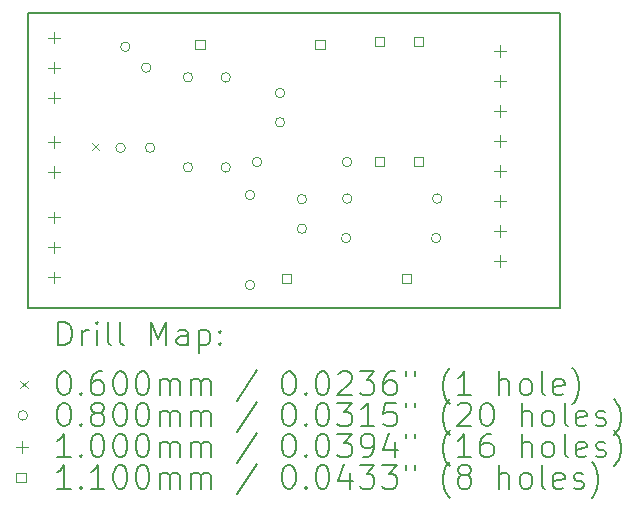
<source format=gbr>
%TF.GenerationSoftware,KiCad,Pcbnew,7.0.10-7.0.10~ubuntu20.04.1*%
%TF.CreationDate,2024-07-25T13:55:48-03:00*%
%TF.ProjectId,Condicionamento_compacto_V01b,436f6e64-6963-4696-9f6e-616d656e746f,rev?*%
%TF.SameCoordinates,Original*%
%TF.FileFunction,Drillmap*%
%TF.FilePolarity,Positive*%
%FSLAX45Y45*%
G04 Gerber Fmt 4.5, Leading zero omitted, Abs format (unit mm)*
G04 Created by KiCad (PCBNEW 7.0.10-7.0.10~ubuntu20.04.1) date 2024-07-25 13:55:48*
%MOMM*%
%LPD*%
G01*
G04 APERTURE LIST*
%ADD10C,0.150000*%
%ADD11C,0.200000*%
%ADD12C,0.100000*%
%ADD13C,0.110000*%
G04 APERTURE END LIST*
D10*
X7060000Y-8950000D02*
X11560000Y-8950000D01*
X7060000Y-11450000D02*
X11560000Y-11450000D01*
X11560000Y-8950000D02*
X11560000Y-11450000D01*
X7060000Y-8950000D02*
X7060000Y-11450000D01*
D11*
D12*
X7595570Y-10052230D02*
X7655570Y-10112230D01*
X7655570Y-10052230D02*
X7595570Y-10112230D01*
X7880000Y-10095000D02*
G75*
G03*
X7800000Y-10095000I-40000J0D01*
G01*
X7800000Y-10095000D02*
G75*
G03*
X7880000Y-10095000I40000J0D01*
G01*
X7920000Y-9240000D02*
G75*
G03*
X7840000Y-9240000I-40000J0D01*
G01*
X7840000Y-9240000D02*
G75*
G03*
X7920000Y-9240000I40000J0D01*
G01*
X8096777Y-9416777D02*
G75*
G03*
X8016777Y-9416777I-40000J0D01*
G01*
X8016777Y-9416777D02*
G75*
G03*
X8096777Y-9416777I40000J0D01*
G01*
X8130000Y-10095000D02*
G75*
G03*
X8050000Y-10095000I-40000J0D01*
G01*
X8050000Y-10095000D02*
G75*
G03*
X8130000Y-10095000I40000J0D01*
G01*
X8450000Y-9498000D02*
G75*
G03*
X8370000Y-9498000I-40000J0D01*
G01*
X8370000Y-9498000D02*
G75*
G03*
X8450000Y-9498000I40000J0D01*
G01*
X8450000Y-10260000D02*
G75*
G03*
X8370000Y-10260000I-40000J0D01*
G01*
X8370000Y-10260000D02*
G75*
G03*
X8450000Y-10260000I40000J0D01*
G01*
X8770000Y-9499000D02*
G75*
G03*
X8690000Y-9499000I-40000J0D01*
G01*
X8690000Y-9499000D02*
G75*
G03*
X8770000Y-9499000I40000J0D01*
G01*
X8770000Y-10261000D02*
G75*
G03*
X8690000Y-10261000I-40000J0D01*
G01*
X8690000Y-10261000D02*
G75*
G03*
X8770000Y-10261000I40000J0D01*
G01*
X8975510Y-10494000D02*
G75*
G03*
X8895510Y-10494000I-40000J0D01*
G01*
X8895510Y-10494000D02*
G75*
G03*
X8975510Y-10494000I40000J0D01*
G01*
X8975510Y-11256000D02*
G75*
G03*
X8895510Y-11256000I-40000J0D01*
G01*
X8895510Y-11256000D02*
G75*
G03*
X8975510Y-11256000I40000J0D01*
G01*
X9035000Y-10215000D02*
G75*
G03*
X8955000Y-10215000I-40000J0D01*
G01*
X8955000Y-10215000D02*
G75*
G03*
X9035000Y-10215000I40000J0D01*
G01*
X9230000Y-9630000D02*
G75*
G03*
X9150000Y-9630000I-40000J0D01*
G01*
X9150000Y-9630000D02*
G75*
G03*
X9230000Y-9630000I40000J0D01*
G01*
X9230000Y-9880000D02*
G75*
G03*
X9150000Y-9880000I-40000J0D01*
G01*
X9150000Y-9880000D02*
G75*
G03*
X9230000Y-9880000I40000J0D01*
G01*
X9415000Y-10530000D02*
G75*
G03*
X9335000Y-10530000I-40000J0D01*
G01*
X9335000Y-10530000D02*
G75*
G03*
X9415000Y-10530000I40000J0D01*
G01*
X9415000Y-10780000D02*
G75*
G03*
X9335000Y-10780000I-40000J0D01*
G01*
X9335000Y-10780000D02*
G75*
G03*
X9415000Y-10780000I40000J0D01*
G01*
X9789000Y-10860000D02*
G75*
G03*
X9709000Y-10860000I-40000J0D01*
G01*
X9709000Y-10860000D02*
G75*
G03*
X9789000Y-10860000I40000J0D01*
G01*
X9797000Y-10215000D02*
G75*
G03*
X9717000Y-10215000I-40000J0D01*
G01*
X9717000Y-10215000D02*
G75*
G03*
X9797000Y-10215000I40000J0D01*
G01*
X9799000Y-10525000D02*
G75*
G03*
X9719000Y-10525000I-40000J0D01*
G01*
X9719000Y-10525000D02*
G75*
G03*
X9799000Y-10525000I40000J0D01*
G01*
X10551000Y-10860000D02*
G75*
G03*
X10471000Y-10860000I-40000J0D01*
G01*
X10471000Y-10860000D02*
G75*
G03*
X10551000Y-10860000I40000J0D01*
G01*
X10561000Y-10525000D02*
G75*
G03*
X10481000Y-10525000I-40000J0D01*
G01*
X10481000Y-10525000D02*
G75*
G03*
X10561000Y-10525000I40000J0D01*
G01*
X7277500Y-9998500D02*
X7277500Y-10098500D01*
X7227500Y-10048500D02*
X7327500Y-10048500D01*
X7277500Y-10252500D02*
X7277500Y-10352500D01*
X7227500Y-10302500D02*
X7327500Y-10302500D01*
X7277500Y-10635000D02*
X7277500Y-10735000D01*
X7227500Y-10685000D02*
X7327500Y-10685000D01*
X7277500Y-10889000D02*
X7277500Y-10989000D01*
X7227500Y-10939000D02*
X7327500Y-10939000D01*
X7277500Y-11143000D02*
X7277500Y-11243000D01*
X7227500Y-11193000D02*
X7327500Y-11193000D01*
X7278000Y-9112000D02*
X7278000Y-9212000D01*
X7228000Y-9162000D02*
X7328000Y-9162000D01*
X7278000Y-9366000D02*
X7278000Y-9466000D01*
X7228000Y-9416000D02*
X7328000Y-9416000D01*
X7278000Y-9620000D02*
X7278000Y-9720000D01*
X7228000Y-9670000D02*
X7328000Y-9670000D01*
X11050000Y-9226000D02*
X11050000Y-9326000D01*
X11000000Y-9276000D02*
X11100000Y-9276000D01*
X11050000Y-9480000D02*
X11050000Y-9580000D01*
X11000000Y-9530000D02*
X11100000Y-9530000D01*
X11050000Y-9734000D02*
X11050000Y-9834000D01*
X11000000Y-9784000D02*
X11100000Y-9784000D01*
X11050000Y-9988000D02*
X11050000Y-10088000D01*
X11000000Y-10038000D02*
X11100000Y-10038000D01*
X11050000Y-10242000D02*
X11050000Y-10342000D01*
X11000000Y-10292000D02*
X11100000Y-10292000D01*
X11050000Y-10496000D02*
X11050000Y-10596000D01*
X11000000Y-10546000D02*
X11100000Y-10546000D01*
X11050000Y-10750000D02*
X11050000Y-10850000D01*
X11000000Y-10800000D02*
X11100000Y-10800000D01*
X11050000Y-11004000D02*
X11050000Y-11104000D01*
X11000000Y-11054000D02*
X11100000Y-11054000D01*
D13*
X8550891Y-9258891D02*
X8550891Y-9181109D01*
X8473109Y-9181109D01*
X8473109Y-9258891D01*
X8550891Y-9258891D01*
X9285891Y-11243891D02*
X9285891Y-11166109D01*
X9208109Y-11166109D01*
X9208109Y-11243891D01*
X9285891Y-11243891D01*
X9566891Y-9258891D02*
X9566891Y-9181109D01*
X9489109Y-9181109D01*
X9489109Y-9258891D01*
X9566891Y-9258891D01*
X10073891Y-9230891D02*
X10073891Y-9153109D01*
X9996109Y-9153109D01*
X9996109Y-9230891D01*
X10073891Y-9230891D01*
X10073891Y-10246891D02*
X10073891Y-10169109D01*
X9996109Y-10169109D01*
X9996109Y-10246891D01*
X10073891Y-10246891D01*
X10301891Y-11243891D02*
X10301891Y-11166109D01*
X10224109Y-11166109D01*
X10224109Y-11243891D01*
X10301891Y-11243891D01*
X10403891Y-9230891D02*
X10403891Y-9153109D01*
X10326109Y-9153109D01*
X10326109Y-9230891D01*
X10403891Y-9230891D01*
X10403891Y-10246891D02*
X10403891Y-10169109D01*
X10326109Y-10169109D01*
X10326109Y-10246891D01*
X10403891Y-10246891D01*
D11*
X7313277Y-11768984D02*
X7313277Y-11568984D01*
X7313277Y-11568984D02*
X7360896Y-11568984D01*
X7360896Y-11568984D02*
X7389467Y-11578508D01*
X7389467Y-11578508D02*
X7408515Y-11597555D01*
X7408515Y-11597555D02*
X7418039Y-11616603D01*
X7418039Y-11616603D02*
X7427562Y-11654698D01*
X7427562Y-11654698D02*
X7427562Y-11683269D01*
X7427562Y-11683269D02*
X7418039Y-11721365D01*
X7418039Y-11721365D02*
X7408515Y-11740412D01*
X7408515Y-11740412D02*
X7389467Y-11759460D01*
X7389467Y-11759460D02*
X7360896Y-11768984D01*
X7360896Y-11768984D02*
X7313277Y-11768984D01*
X7513277Y-11768984D02*
X7513277Y-11635650D01*
X7513277Y-11673746D02*
X7522801Y-11654698D01*
X7522801Y-11654698D02*
X7532324Y-11645174D01*
X7532324Y-11645174D02*
X7551372Y-11635650D01*
X7551372Y-11635650D02*
X7570420Y-11635650D01*
X7637086Y-11768984D02*
X7637086Y-11635650D01*
X7637086Y-11568984D02*
X7627562Y-11578508D01*
X7627562Y-11578508D02*
X7637086Y-11588031D01*
X7637086Y-11588031D02*
X7646610Y-11578508D01*
X7646610Y-11578508D02*
X7637086Y-11568984D01*
X7637086Y-11568984D02*
X7637086Y-11588031D01*
X7760896Y-11768984D02*
X7741848Y-11759460D01*
X7741848Y-11759460D02*
X7732324Y-11740412D01*
X7732324Y-11740412D02*
X7732324Y-11568984D01*
X7865658Y-11768984D02*
X7846610Y-11759460D01*
X7846610Y-11759460D02*
X7837086Y-11740412D01*
X7837086Y-11740412D02*
X7837086Y-11568984D01*
X8094229Y-11768984D02*
X8094229Y-11568984D01*
X8094229Y-11568984D02*
X8160896Y-11711841D01*
X8160896Y-11711841D02*
X8227562Y-11568984D01*
X8227562Y-11568984D02*
X8227562Y-11768984D01*
X8408515Y-11768984D02*
X8408515Y-11664222D01*
X8408515Y-11664222D02*
X8398991Y-11645174D01*
X8398991Y-11645174D02*
X8379943Y-11635650D01*
X8379943Y-11635650D02*
X8341848Y-11635650D01*
X8341848Y-11635650D02*
X8322801Y-11645174D01*
X8408515Y-11759460D02*
X8389467Y-11768984D01*
X8389467Y-11768984D02*
X8341848Y-11768984D01*
X8341848Y-11768984D02*
X8322801Y-11759460D01*
X8322801Y-11759460D02*
X8313277Y-11740412D01*
X8313277Y-11740412D02*
X8313277Y-11721365D01*
X8313277Y-11721365D02*
X8322801Y-11702317D01*
X8322801Y-11702317D02*
X8341848Y-11692793D01*
X8341848Y-11692793D02*
X8389467Y-11692793D01*
X8389467Y-11692793D02*
X8408515Y-11683269D01*
X8503753Y-11635650D02*
X8503753Y-11835650D01*
X8503753Y-11645174D02*
X8522801Y-11635650D01*
X8522801Y-11635650D02*
X8560896Y-11635650D01*
X8560896Y-11635650D02*
X8579944Y-11645174D01*
X8579944Y-11645174D02*
X8589467Y-11654698D01*
X8589467Y-11654698D02*
X8598991Y-11673746D01*
X8598991Y-11673746D02*
X8598991Y-11730888D01*
X8598991Y-11730888D02*
X8589467Y-11749936D01*
X8589467Y-11749936D02*
X8579944Y-11759460D01*
X8579944Y-11759460D02*
X8560896Y-11768984D01*
X8560896Y-11768984D02*
X8522801Y-11768984D01*
X8522801Y-11768984D02*
X8503753Y-11759460D01*
X8684705Y-11749936D02*
X8694229Y-11759460D01*
X8694229Y-11759460D02*
X8684705Y-11768984D01*
X8684705Y-11768984D02*
X8675182Y-11759460D01*
X8675182Y-11759460D02*
X8684705Y-11749936D01*
X8684705Y-11749936D02*
X8684705Y-11768984D01*
X8684705Y-11645174D02*
X8694229Y-11654698D01*
X8694229Y-11654698D02*
X8684705Y-11664222D01*
X8684705Y-11664222D02*
X8675182Y-11654698D01*
X8675182Y-11654698D02*
X8684705Y-11645174D01*
X8684705Y-11645174D02*
X8684705Y-11664222D01*
D12*
X6992500Y-12067500D02*
X7052500Y-12127500D01*
X7052500Y-12067500D02*
X6992500Y-12127500D01*
D11*
X7351372Y-11988984D02*
X7370420Y-11988984D01*
X7370420Y-11988984D02*
X7389467Y-11998508D01*
X7389467Y-11998508D02*
X7398991Y-12008031D01*
X7398991Y-12008031D02*
X7408515Y-12027079D01*
X7408515Y-12027079D02*
X7418039Y-12065174D01*
X7418039Y-12065174D02*
X7418039Y-12112793D01*
X7418039Y-12112793D02*
X7408515Y-12150888D01*
X7408515Y-12150888D02*
X7398991Y-12169936D01*
X7398991Y-12169936D02*
X7389467Y-12179460D01*
X7389467Y-12179460D02*
X7370420Y-12188984D01*
X7370420Y-12188984D02*
X7351372Y-12188984D01*
X7351372Y-12188984D02*
X7332324Y-12179460D01*
X7332324Y-12179460D02*
X7322801Y-12169936D01*
X7322801Y-12169936D02*
X7313277Y-12150888D01*
X7313277Y-12150888D02*
X7303753Y-12112793D01*
X7303753Y-12112793D02*
X7303753Y-12065174D01*
X7303753Y-12065174D02*
X7313277Y-12027079D01*
X7313277Y-12027079D02*
X7322801Y-12008031D01*
X7322801Y-12008031D02*
X7332324Y-11998508D01*
X7332324Y-11998508D02*
X7351372Y-11988984D01*
X7503753Y-12169936D02*
X7513277Y-12179460D01*
X7513277Y-12179460D02*
X7503753Y-12188984D01*
X7503753Y-12188984D02*
X7494229Y-12179460D01*
X7494229Y-12179460D02*
X7503753Y-12169936D01*
X7503753Y-12169936D02*
X7503753Y-12188984D01*
X7684705Y-11988984D02*
X7646610Y-11988984D01*
X7646610Y-11988984D02*
X7627562Y-11998508D01*
X7627562Y-11998508D02*
X7618039Y-12008031D01*
X7618039Y-12008031D02*
X7598991Y-12036603D01*
X7598991Y-12036603D02*
X7589467Y-12074698D01*
X7589467Y-12074698D02*
X7589467Y-12150888D01*
X7589467Y-12150888D02*
X7598991Y-12169936D01*
X7598991Y-12169936D02*
X7608515Y-12179460D01*
X7608515Y-12179460D02*
X7627562Y-12188984D01*
X7627562Y-12188984D02*
X7665658Y-12188984D01*
X7665658Y-12188984D02*
X7684705Y-12179460D01*
X7684705Y-12179460D02*
X7694229Y-12169936D01*
X7694229Y-12169936D02*
X7703753Y-12150888D01*
X7703753Y-12150888D02*
X7703753Y-12103269D01*
X7703753Y-12103269D02*
X7694229Y-12084222D01*
X7694229Y-12084222D02*
X7684705Y-12074698D01*
X7684705Y-12074698D02*
X7665658Y-12065174D01*
X7665658Y-12065174D02*
X7627562Y-12065174D01*
X7627562Y-12065174D02*
X7608515Y-12074698D01*
X7608515Y-12074698D02*
X7598991Y-12084222D01*
X7598991Y-12084222D02*
X7589467Y-12103269D01*
X7827562Y-11988984D02*
X7846610Y-11988984D01*
X7846610Y-11988984D02*
X7865658Y-11998508D01*
X7865658Y-11998508D02*
X7875182Y-12008031D01*
X7875182Y-12008031D02*
X7884705Y-12027079D01*
X7884705Y-12027079D02*
X7894229Y-12065174D01*
X7894229Y-12065174D02*
X7894229Y-12112793D01*
X7894229Y-12112793D02*
X7884705Y-12150888D01*
X7884705Y-12150888D02*
X7875182Y-12169936D01*
X7875182Y-12169936D02*
X7865658Y-12179460D01*
X7865658Y-12179460D02*
X7846610Y-12188984D01*
X7846610Y-12188984D02*
X7827562Y-12188984D01*
X7827562Y-12188984D02*
X7808515Y-12179460D01*
X7808515Y-12179460D02*
X7798991Y-12169936D01*
X7798991Y-12169936D02*
X7789467Y-12150888D01*
X7789467Y-12150888D02*
X7779943Y-12112793D01*
X7779943Y-12112793D02*
X7779943Y-12065174D01*
X7779943Y-12065174D02*
X7789467Y-12027079D01*
X7789467Y-12027079D02*
X7798991Y-12008031D01*
X7798991Y-12008031D02*
X7808515Y-11998508D01*
X7808515Y-11998508D02*
X7827562Y-11988984D01*
X8018039Y-11988984D02*
X8037086Y-11988984D01*
X8037086Y-11988984D02*
X8056134Y-11998508D01*
X8056134Y-11998508D02*
X8065658Y-12008031D01*
X8065658Y-12008031D02*
X8075182Y-12027079D01*
X8075182Y-12027079D02*
X8084705Y-12065174D01*
X8084705Y-12065174D02*
X8084705Y-12112793D01*
X8084705Y-12112793D02*
X8075182Y-12150888D01*
X8075182Y-12150888D02*
X8065658Y-12169936D01*
X8065658Y-12169936D02*
X8056134Y-12179460D01*
X8056134Y-12179460D02*
X8037086Y-12188984D01*
X8037086Y-12188984D02*
X8018039Y-12188984D01*
X8018039Y-12188984D02*
X7998991Y-12179460D01*
X7998991Y-12179460D02*
X7989467Y-12169936D01*
X7989467Y-12169936D02*
X7979943Y-12150888D01*
X7979943Y-12150888D02*
X7970420Y-12112793D01*
X7970420Y-12112793D02*
X7970420Y-12065174D01*
X7970420Y-12065174D02*
X7979943Y-12027079D01*
X7979943Y-12027079D02*
X7989467Y-12008031D01*
X7989467Y-12008031D02*
X7998991Y-11998508D01*
X7998991Y-11998508D02*
X8018039Y-11988984D01*
X8170420Y-12188984D02*
X8170420Y-12055650D01*
X8170420Y-12074698D02*
X8179943Y-12065174D01*
X8179943Y-12065174D02*
X8198991Y-12055650D01*
X8198991Y-12055650D02*
X8227563Y-12055650D01*
X8227563Y-12055650D02*
X8246610Y-12065174D01*
X8246610Y-12065174D02*
X8256134Y-12084222D01*
X8256134Y-12084222D02*
X8256134Y-12188984D01*
X8256134Y-12084222D02*
X8265658Y-12065174D01*
X8265658Y-12065174D02*
X8284705Y-12055650D01*
X8284705Y-12055650D02*
X8313277Y-12055650D01*
X8313277Y-12055650D02*
X8332324Y-12065174D01*
X8332324Y-12065174D02*
X8341848Y-12084222D01*
X8341848Y-12084222D02*
X8341848Y-12188984D01*
X8437086Y-12188984D02*
X8437086Y-12055650D01*
X8437086Y-12074698D02*
X8446610Y-12065174D01*
X8446610Y-12065174D02*
X8465658Y-12055650D01*
X8465658Y-12055650D02*
X8494229Y-12055650D01*
X8494229Y-12055650D02*
X8513277Y-12065174D01*
X8513277Y-12065174D02*
X8522801Y-12084222D01*
X8522801Y-12084222D02*
X8522801Y-12188984D01*
X8522801Y-12084222D02*
X8532325Y-12065174D01*
X8532325Y-12065174D02*
X8551372Y-12055650D01*
X8551372Y-12055650D02*
X8579944Y-12055650D01*
X8579944Y-12055650D02*
X8598991Y-12065174D01*
X8598991Y-12065174D02*
X8608515Y-12084222D01*
X8608515Y-12084222D02*
X8608515Y-12188984D01*
X8998991Y-11979460D02*
X8827563Y-12236603D01*
X9256134Y-11988984D02*
X9275182Y-11988984D01*
X9275182Y-11988984D02*
X9294229Y-11998508D01*
X9294229Y-11998508D02*
X9303753Y-12008031D01*
X9303753Y-12008031D02*
X9313277Y-12027079D01*
X9313277Y-12027079D02*
X9322801Y-12065174D01*
X9322801Y-12065174D02*
X9322801Y-12112793D01*
X9322801Y-12112793D02*
X9313277Y-12150888D01*
X9313277Y-12150888D02*
X9303753Y-12169936D01*
X9303753Y-12169936D02*
X9294229Y-12179460D01*
X9294229Y-12179460D02*
X9275182Y-12188984D01*
X9275182Y-12188984D02*
X9256134Y-12188984D01*
X9256134Y-12188984D02*
X9237087Y-12179460D01*
X9237087Y-12179460D02*
X9227563Y-12169936D01*
X9227563Y-12169936D02*
X9218039Y-12150888D01*
X9218039Y-12150888D02*
X9208515Y-12112793D01*
X9208515Y-12112793D02*
X9208515Y-12065174D01*
X9208515Y-12065174D02*
X9218039Y-12027079D01*
X9218039Y-12027079D02*
X9227563Y-12008031D01*
X9227563Y-12008031D02*
X9237087Y-11998508D01*
X9237087Y-11998508D02*
X9256134Y-11988984D01*
X9408515Y-12169936D02*
X9418039Y-12179460D01*
X9418039Y-12179460D02*
X9408515Y-12188984D01*
X9408515Y-12188984D02*
X9398991Y-12179460D01*
X9398991Y-12179460D02*
X9408515Y-12169936D01*
X9408515Y-12169936D02*
X9408515Y-12188984D01*
X9541848Y-11988984D02*
X9560896Y-11988984D01*
X9560896Y-11988984D02*
X9579944Y-11998508D01*
X9579944Y-11998508D02*
X9589468Y-12008031D01*
X9589468Y-12008031D02*
X9598991Y-12027079D01*
X9598991Y-12027079D02*
X9608515Y-12065174D01*
X9608515Y-12065174D02*
X9608515Y-12112793D01*
X9608515Y-12112793D02*
X9598991Y-12150888D01*
X9598991Y-12150888D02*
X9589468Y-12169936D01*
X9589468Y-12169936D02*
X9579944Y-12179460D01*
X9579944Y-12179460D02*
X9560896Y-12188984D01*
X9560896Y-12188984D02*
X9541848Y-12188984D01*
X9541848Y-12188984D02*
X9522801Y-12179460D01*
X9522801Y-12179460D02*
X9513277Y-12169936D01*
X9513277Y-12169936D02*
X9503753Y-12150888D01*
X9503753Y-12150888D02*
X9494229Y-12112793D01*
X9494229Y-12112793D02*
X9494229Y-12065174D01*
X9494229Y-12065174D02*
X9503753Y-12027079D01*
X9503753Y-12027079D02*
X9513277Y-12008031D01*
X9513277Y-12008031D02*
X9522801Y-11998508D01*
X9522801Y-11998508D02*
X9541848Y-11988984D01*
X9684706Y-12008031D02*
X9694229Y-11998508D01*
X9694229Y-11998508D02*
X9713277Y-11988984D01*
X9713277Y-11988984D02*
X9760896Y-11988984D01*
X9760896Y-11988984D02*
X9779944Y-11998508D01*
X9779944Y-11998508D02*
X9789468Y-12008031D01*
X9789468Y-12008031D02*
X9798991Y-12027079D01*
X9798991Y-12027079D02*
X9798991Y-12046127D01*
X9798991Y-12046127D02*
X9789468Y-12074698D01*
X9789468Y-12074698D02*
X9675182Y-12188984D01*
X9675182Y-12188984D02*
X9798991Y-12188984D01*
X9865658Y-11988984D02*
X9989468Y-11988984D01*
X9989468Y-11988984D02*
X9922801Y-12065174D01*
X9922801Y-12065174D02*
X9951372Y-12065174D01*
X9951372Y-12065174D02*
X9970420Y-12074698D01*
X9970420Y-12074698D02*
X9979944Y-12084222D01*
X9979944Y-12084222D02*
X9989468Y-12103269D01*
X9989468Y-12103269D02*
X9989468Y-12150888D01*
X9989468Y-12150888D02*
X9979944Y-12169936D01*
X9979944Y-12169936D02*
X9970420Y-12179460D01*
X9970420Y-12179460D02*
X9951372Y-12188984D01*
X9951372Y-12188984D02*
X9894229Y-12188984D01*
X9894229Y-12188984D02*
X9875182Y-12179460D01*
X9875182Y-12179460D02*
X9865658Y-12169936D01*
X10160896Y-11988984D02*
X10122801Y-11988984D01*
X10122801Y-11988984D02*
X10103753Y-11998508D01*
X10103753Y-11998508D02*
X10094229Y-12008031D01*
X10094229Y-12008031D02*
X10075182Y-12036603D01*
X10075182Y-12036603D02*
X10065658Y-12074698D01*
X10065658Y-12074698D02*
X10065658Y-12150888D01*
X10065658Y-12150888D02*
X10075182Y-12169936D01*
X10075182Y-12169936D02*
X10084706Y-12179460D01*
X10084706Y-12179460D02*
X10103753Y-12188984D01*
X10103753Y-12188984D02*
X10141849Y-12188984D01*
X10141849Y-12188984D02*
X10160896Y-12179460D01*
X10160896Y-12179460D02*
X10170420Y-12169936D01*
X10170420Y-12169936D02*
X10179944Y-12150888D01*
X10179944Y-12150888D02*
X10179944Y-12103269D01*
X10179944Y-12103269D02*
X10170420Y-12084222D01*
X10170420Y-12084222D02*
X10160896Y-12074698D01*
X10160896Y-12074698D02*
X10141849Y-12065174D01*
X10141849Y-12065174D02*
X10103753Y-12065174D01*
X10103753Y-12065174D02*
X10084706Y-12074698D01*
X10084706Y-12074698D02*
X10075182Y-12084222D01*
X10075182Y-12084222D02*
X10065658Y-12103269D01*
X10256134Y-11988984D02*
X10256134Y-12027079D01*
X10332325Y-11988984D02*
X10332325Y-12027079D01*
X10627563Y-12265174D02*
X10618039Y-12255650D01*
X10618039Y-12255650D02*
X10598991Y-12227079D01*
X10598991Y-12227079D02*
X10589468Y-12208031D01*
X10589468Y-12208031D02*
X10579944Y-12179460D01*
X10579944Y-12179460D02*
X10570420Y-12131841D01*
X10570420Y-12131841D02*
X10570420Y-12093746D01*
X10570420Y-12093746D02*
X10579944Y-12046127D01*
X10579944Y-12046127D02*
X10589468Y-12017555D01*
X10589468Y-12017555D02*
X10598991Y-11998508D01*
X10598991Y-11998508D02*
X10618039Y-11969936D01*
X10618039Y-11969936D02*
X10627563Y-11960412D01*
X10808515Y-12188984D02*
X10694230Y-12188984D01*
X10751372Y-12188984D02*
X10751372Y-11988984D01*
X10751372Y-11988984D02*
X10732325Y-12017555D01*
X10732325Y-12017555D02*
X10713277Y-12036603D01*
X10713277Y-12036603D02*
X10694230Y-12046127D01*
X11046611Y-12188984D02*
X11046611Y-11988984D01*
X11132325Y-12188984D02*
X11132325Y-12084222D01*
X11132325Y-12084222D02*
X11122801Y-12065174D01*
X11122801Y-12065174D02*
X11103753Y-12055650D01*
X11103753Y-12055650D02*
X11075182Y-12055650D01*
X11075182Y-12055650D02*
X11056134Y-12065174D01*
X11056134Y-12065174D02*
X11046611Y-12074698D01*
X11256134Y-12188984D02*
X11237087Y-12179460D01*
X11237087Y-12179460D02*
X11227563Y-12169936D01*
X11227563Y-12169936D02*
X11218039Y-12150888D01*
X11218039Y-12150888D02*
X11218039Y-12093746D01*
X11218039Y-12093746D02*
X11227563Y-12074698D01*
X11227563Y-12074698D02*
X11237087Y-12065174D01*
X11237087Y-12065174D02*
X11256134Y-12055650D01*
X11256134Y-12055650D02*
X11284706Y-12055650D01*
X11284706Y-12055650D02*
X11303753Y-12065174D01*
X11303753Y-12065174D02*
X11313277Y-12074698D01*
X11313277Y-12074698D02*
X11322801Y-12093746D01*
X11322801Y-12093746D02*
X11322801Y-12150888D01*
X11322801Y-12150888D02*
X11313277Y-12169936D01*
X11313277Y-12169936D02*
X11303753Y-12179460D01*
X11303753Y-12179460D02*
X11284706Y-12188984D01*
X11284706Y-12188984D02*
X11256134Y-12188984D01*
X11437087Y-12188984D02*
X11418039Y-12179460D01*
X11418039Y-12179460D02*
X11408515Y-12160412D01*
X11408515Y-12160412D02*
X11408515Y-11988984D01*
X11589468Y-12179460D02*
X11570420Y-12188984D01*
X11570420Y-12188984D02*
X11532325Y-12188984D01*
X11532325Y-12188984D02*
X11513277Y-12179460D01*
X11513277Y-12179460D02*
X11503753Y-12160412D01*
X11503753Y-12160412D02*
X11503753Y-12084222D01*
X11503753Y-12084222D02*
X11513277Y-12065174D01*
X11513277Y-12065174D02*
X11532325Y-12055650D01*
X11532325Y-12055650D02*
X11570420Y-12055650D01*
X11570420Y-12055650D02*
X11589468Y-12065174D01*
X11589468Y-12065174D02*
X11598991Y-12084222D01*
X11598991Y-12084222D02*
X11598991Y-12103269D01*
X11598991Y-12103269D02*
X11503753Y-12122317D01*
X11665658Y-12265174D02*
X11675182Y-12255650D01*
X11675182Y-12255650D02*
X11694230Y-12227079D01*
X11694230Y-12227079D02*
X11703753Y-12208031D01*
X11703753Y-12208031D02*
X11713277Y-12179460D01*
X11713277Y-12179460D02*
X11722801Y-12131841D01*
X11722801Y-12131841D02*
X11722801Y-12093746D01*
X11722801Y-12093746D02*
X11713277Y-12046127D01*
X11713277Y-12046127D02*
X11703753Y-12017555D01*
X11703753Y-12017555D02*
X11694230Y-11998508D01*
X11694230Y-11998508D02*
X11675182Y-11969936D01*
X11675182Y-11969936D02*
X11665658Y-11960412D01*
D12*
X7052500Y-12361500D02*
G75*
G03*
X6972500Y-12361500I-40000J0D01*
G01*
X6972500Y-12361500D02*
G75*
G03*
X7052500Y-12361500I40000J0D01*
G01*
D11*
X7351372Y-12252984D02*
X7370420Y-12252984D01*
X7370420Y-12252984D02*
X7389467Y-12262508D01*
X7389467Y-12262508D02*
X7398991Y-12272031D01*
X7398991Y-12272031D02*
X7408515Y-12291079D01*
X7408515Y-12291079D02*
X7418039Y-12329174D01*
X7418039Y-12329174D02*
X7418039Y-12376793D01*
X7418039Y-12376793D02*
X7408515Y-12414888D01*
X7408515Y-12414888D02*
X7398991Y-12433936D01*
X7398991Y-12433936D02*
X7389467Y-12443460D01*
X7389467Y-12443460D02*
X7370420Y-12452984D01*
X7370420Y-12452984D02*
X7351372Y-12452984D01*
X7351372Y-12452984D02*
X7332324Y-12443460D01*
X7332324Y-12443460D02*
X7322801Y-12433936D01*
X7322801Y-12433936D02*
X7313277Y-12414888D01*
X7313277Y-12414888D02*
X7303753Y-12376793D01*
X7303753Y-12376793D02*
X7303753Y-12329174D01*
X7303753Y-12329174D02*
X7313277Y-12291079D01*
X7313277Y-12291079D02*
X7322801Y-12272031D01*
X7322801Y-12272031D02*
X7332324Y-12262508D01*
X7332324Y-12262508D02*
X7351372Y-12252984D01*
X7503753Y-12433936D02*
X7513277Y-12443460D01*
X7513277Y-12443460D02*
X7503753Y-12452984D01*
X7503753Y-12452984D02*
X7494229Y-12443460D01*
X7494229Y-12443460D02*
X7503753Y-12433936D01*
X7503753Y-12433936D02*
X7503753Y-12452984D01*
X7627562Y-12338698D02*
X7608515Y-12329174D01*
X7608515Y-12329174D02*
X7598991Y-12319650D01*
X7598991Y-12319650D02*
X7589467Y-12300603D01*
X7589467Y-12300603D02*
X7589467Y-12291079D01*
X7589467Y-12291079D02*
X7598991Y-12272031D01*
X7598991Y-12272031D02*
X7608515Y-12262508D01*
X7608515Y-12262508D02*
X7627562Y-12252984D01*
X7627562Y-12252984D02*
X7665658Y-12252984D01*
X7665658Y-12252984D02*
X7684705Y-12262508D01*
X7684705Y-12262508D02*
X7694229Y-12272031D01*
X7694229Y-12272031D02*
X7703753Y-12291079D01*
X7703753Y-12291079D02*
X7703753Y-12300603D01*
X7703753Y-12300603D02*
X7694229Y-12319650D01*
X7694229Y-12319650D02*
X7684705Y-12329174D01*
X7684705Y-12329174D02*
X7665658Y-12338698D01*
X7665658Y-12338698D02*
X7627562Y-12338698D01*
X7627562Y-12338698D02*
X7608515Y-12348222D01*
X7608515Y-12348222D02*
X7598991Y-12357746D01*
X7598991Y-12357746D02*
X7589467Y-12376793D01*
X7589467Y-12376793D02*
X7589467Y-12414888D01*
X7589467Y-12414888D02*
X7598991Y-12433936D01*
X7598991Y-12433936D02*
X7608515Y-12443460D01*
X7608515Y-12443460D02*
X7627562Y-12452984D01*
X7627562Y-12452984D02*
X7665658Y-12452984D01*
X7665658Y-12452984D02*
X7684705Y-12443460D01*
X7684705Y-12443460D02*
X7694229Y-12433936D01*
X7694229Y-12433936D02*
X7703753Y-12414888D01*
X7703753Y-12414888D02*
X7703753Y-12376793D01*
X7703753Y-12376793D02*
X7694229Y-12357746D01*
X7694229Y-12357746D02*
X7684705Y-12348222D01*
X7684705Y-12348222D02*
X7665658Y-12338698D01*
X7827562Y-12252984D02*
X7846610Y-12252984D01*
X7846610Y-12252984D02*
X7865658Y-12262508D01*
X7865658Y-12262508D02*
X7875182Y-12272031D01*
X7875182Y-12272031D02*
X7884705Y-12291079D01*
X7884705Y-12291079D02*
X7894229Y-12329174D01*
X7894229Y-12329174D02*
X7894229Y-12376793D01*
X7894229Y-12376793D02*
X7884705Y-12414888D01*
X7884705Y-12414888D02*
X7875182Y-12433936D01*
X7875182Y-12433936D02*
X7865658Y-12443460D01*
X7865658Y-12443460D02*
X7846610Y-12452984D01*
X7846610Y-12452984D02*
X7827562Y-12452984D01*
X7827562Y-12452984D02*
X7808515Y-12443460D01*
X7808515Y-12443460D02*
X7798991Y-12433936D01*
X7798991Y-12433936D02*
X7789467Y-12414888D01*
X7789467Y-12414888D02*
X7779943Y-12376793D01*
X7779943Y-12376793D02*
X7779943Y-12329174D01*
X7779943Y-12329174D02*
X7789467Y-12291079D01*
X7789467Y-12291079D02*
X7798991Y-12272031D01*
X7798991Y-12272031D02*
X7808515Y-12262508D01*
X7808515Y-12262508D02*
X7827562Y-12252984D01*
X8018039Y-12252984D02*
X8037086Y-12252984D01*
X8037086Y-12252984D02*
X8056134Y-12262508D01*
X8056134Y-12262508D02*
X8065658Y-12272031D01*
X8065658Y-12272031D02*
X8075182Y-12291079D01*
X8075182Y-12291079D02*
X8084705Y-12329174D01*
X8084705Y-12329174D02*
X8084705Y-12376793D01*
X8084705Y-12376793D02*
X8075182Y-12414888D01*
X8075182Y-12414888D02*
X8065658Y-12433936D01*
X8065658Y-12433936D02*
X8056134Y-12443460D01*
X8056134Y-12443460D02*
X8037086Y-12452984D01*
X8037086Y-12452984D02*
X8018039Y-12452984D01*
X8018039Y-12452984D02*
X7998991Y-12443460D01*
X7998991Y-12443460D02*
X7989467Y-12433936D01*
X7989467Y-12433936D02*
X7979943Y-12414888D01*
X7979943Y-12414888D02*
X7970420Y-12376793D01*
X7970420Y-12376793D02*
X7970420Y-12329174D01*
X7970420Y-12329174D02*
X7979943Y-12291079D01*
X7979943Y-12291079D02*
X7989467Y-12272031D01*
X7989467Y-12272031D02*
X7998991Y-12262508D01*
X7998991Y-12262508D02*
X8018039Y-12252984D01*
X8170420Y-12452984D02*
X8170420Y-12319650D01*
X8170420Y-12338698D02*
X8179943Y-12329174D01*
X8179943Y-12329174D02*
X8198991Y-12319650D01*
X8198991Y-12319650D02*
X8227563Y-12319650D01*
X8227563Y-12319650D02*
X8246610Y-12329174D01*
X8246610Y-12329174D02*
X8256134Y-12348222D01*
X8256134Y-12348222D02*
X8256134Y-12452984D01*
X8256134Y-12348222D02*
X8265658Y-12329174D01*
X8265658Y-12329174D02*
X8284705Y-12319650D01*
X8284705Y-12319650D02*
X8313277Y-12319650D01*
X8313277Y-12319650D02*
X8332324Y-12329174D01*
X8332324Y-12329174D02*
X8341848Y-12348222D01*
X8341848Y-12348222D02*
X8341848Y-12452984D01*
X8437086Y-12452984D02*
X8437086Y-12319650D01*
X8437086Y-12338698D02*
X8446610Y-12329174D01*
X8446610Y-12329174D02*
X8465658Y-12319650D01*
X8465658Y-12319650D02*
X8494229Y-12319650D01*
X8494229Y-12319650D02*
X8513277Y-12329174D01*
X8513277Y-12329174D02*
X8522801Y-12348222D01*
X8522801Y-12348222D02*
X8522801Y-12452984D01*
X8522801Y-12348222D02*
X8532325Y-12329174D01*
X8532325Y-12329174D02*
X8551372Y-12319650D01*
X8551372Y-12319650D02*
X8579944Y-12319650D01*
X8579944Y-12319650D02*
X8598991Y-12329174D01*
X8598991Y-12329174D02*
X8608515Y-12348222D01*
X8608515Y-12348222D02*
X8608515Y-12452984D01*
X8998991Y-12243460D02*
X8827563Y-12500603D01*
X9256134Y-12252984D02*
X9275182Y-12252984D01*
X9275182Y-12252984D02*
X9294229Y-12262508D01*
X9294229Y-12262508D02*
X9303753Y-12272031D01*
X9303753Y-12272031D02*
X9313277Y-12291079D01*
X9313277Y-12291079D02*
X9322801Y-12329174D01*
X9322801Y-12329174D02*
X9322801Y-12376793D01*
X9322801Y-12376793D02*
X9313277Y-12414888D01*
X9313277Y-12414888D02*
X9303753Y-12433936D01*
X9303753Y-12433936D02*
X9294229Y-12443460D01*
X9294229Y-12443460D02*
X9275182Y-12452984D01*
X9275182Y-12452984D02*
X9256134Y-12452984D01*
X9256134Y-12452984D02*
X9237087Y-12443460D01*
X9237087Y-12443460D02*
X9227563Y-12433936D01*
X9227563Y-12433936D02*
X9218039Y-12414888D01*
X9218039Y-12414888D02*
X9208515Y-12376793D01*
X9208515Y-12376793D02*
X9208515Y-12329174D01*
X9208515Y-12329174D02*
X9218039Y-12291079D01*
X9218039Y-12291079D02*
X9227563Y-12272031D01*
X9227563Y-12272031D02*
X9237087Y-12262508D01*
X9237087Y-12262508D02*
X9256134Y-12252984D01*
X9408515Y-12433936D02*
X9418039Y-12443460D01*
X9418039Y-12443460D02*
X9408515Y-12452984D01*
X9408515Y-12452984D02*
X9398991Y-12443460D01*
X9398991Y-12443460D02*
X9408515Y-12433936D01*
X9408515Y-12433936D02*
X9408515Y-12452984D01*
X9541848Y-12252984D02*
X9560896Y-12252984D01*
X9560896Y-12252984D02*
X9579944Y-12262508D01*
X9579944Y-12262508D02*
X9589468Y-12272031D01*
X9589468Y-12272031D02*
X9598991Y-12291079D01*
X9598991Y-12291079D02*
X9608515Y-12329174D01*
X9608515Y-12329174D02*
X9608515Y-12376793D01*
X9608515Y-12376793D02*
X9598991Y-12414888D01*
X9598991Y-12414888D02*
X9589468Y-12433936D01*
X9589468Y-12433936D02*
X9579944Y-12443460D01*
X9579944Y-12443460D02*
X9560896Y-12452984D01*
X9560896Y-12452984D02*
X9541848Y-12452984D01*
X9541848Y-12452984D02*
X9522801Y-12443460D01*
X9522801Y-12443460D02*
X9513277Y-12433936D01*
X9513277Y-12433936D02*
X9503753Y-12414888D01*
X9503753Y-12414888D02*
X9494229Y-12376793D01*
X9494229Y-12376793D02*
X9494229Y-12329174D01*
X9494229Y-12329174D02*
X9503753Y-12291079D01*
X9503753Y-12291079D02*
X9513277Y-12272031D01*
X9513277Y-12272031D02*
X9522801Y-12262508D01*
X9522801Y-12262508D02*
X9541848Y-12252984D01*
X9675182Y-12252984D02*
X9798991Y-12252984D01*
X9798991Y-12252984D02*
X9732325Y-12329174D01*
X9732325Y-12329174D02*
X9760896Y-12329174D01*
X9760896Y-12329174D02*
X9779944Y-12338698D01*
X9779944Y-12338698D02*
X9789468Y-12348222D01*
X9789468Y-12348222D02*
X9798991Y-12367269D01*
X9798991Y-12367269D02*
X9798991Y-12414888D01*
X9798991Y-12414888D02*
X9789468Y-12433936D01*
X9789468Y-12433936D02*
X9779944Y-12443460D01*
X9779944Y-12443460D02*
X9760896Y-12452984D01*
X9760896Y-12452984D02*
X9703753Y-12452984D01*
X9703753Y-12452984D02*
X9684706Y-12443460D01*
X9684706Y-12443460D02*
X9675182Y-12433936D01*
X9989468Y-12452984D02*
X9875182Y-12452984D01*
X9932325Y-12452984D02*
X9932325Y-12252984D01*
X9932325Y-12252984D02*
X9913277Y-12281555D01*
X9913277Y-12281555D02*
X9894229Y-12300603D01*
X9894229Y-12300603D02*
X9875182Y-12310127D01*
X10170420Y-12252984D02*
X10075182Y-12252984D01*
X10075182Y-12252984D02*
X10065658Y-12348222D01*
X10065658Y-12348222D02*
X10075182Y-12338698D01*
X10075182Y-12338698D02*
X10094229Y-12329174D01*
X10094229Y-12329174D02*
X10141849Y-12329174D01*
X10141849Y-12329174D02*
X10160896Y-12338698D01*
X10160896Y-12338698D02*
X10170420Y-12348222D01*
X10170420Y-12348222D02*
X10179944Y-12367269D01*
X10179944Y-12367269D02*
X10179944Y-12414888D01*
X10179944Y-12414888D02*
X10170420Y-12433936D01*
X10170420Y-12433936D02*
X10160896Y-12443460D01*
X10160896Y-12443460D02*
X10141849Y-12452984D01*
X10141849Y-12452984D02*
X10094229Y-12452984D01*
X10094229Y-12452984D02*
X10075182Y-12443460D01*
X10075182Y-12443460D02*
X10065658Y-12433936D01*
X10256134Y-12252984D02*
X10256134Y-12291079D01*
X10332325Y-12252984D02*
X10332325Y-12291079D01*
X10627563Y-12529174D02*
X10618039Y-12519650D01*
X10618039Y-12519650D02*
X10598991Y-12491079D01*
X10598991Y-12491079D02*
X10589468Y-12472031D01*
X10589468Y-12472031D02*
X10579944Y-12443460D01*
X10579944Y-12443460D02*
X10570420Y-12395841D01*
X10570420Y-12395841D02*
X10570420Y-12357746D01*
X10570420Y-12357746D02*
X10579944Y-12310127D01*
X10579944Y-12310127D02*
X10589468Y-12281555D01*
X10589468Y-12281555D02*
X10598991Y-12262508D01*
X10598991Y-12262508D02*
X10618039Y-12233936D01*
X10618039Y-12233936D02*
X10627563Y-12224412D01*
X10694230Y-12272031D02*
X10703753Y-12262508D01*
X10703753Y-12262508D02*
X10722801Y-12252984D01*
X10722801Y-12252984D02*
X10770420Y-12252984D01*
X10770420Y-12252984D02*
X10789468Y-12262508D01*
X10789468Y-12262508D02*
X10798991Y-12272031D01*
X10798991Y-12272031D02*
X10808515Y-12291079D01*
X10808515Y-12291079D02*
X10808515Y-12310127D01*
X10808515Y-12310127D02*
X10798991Y-12338698D01*
X10798991Y-12338698D02*
X10684706Y-12452984D01*
X10684706Y-12452984D02*
X10808515Y-12452984D01*
X10932325Y-12252984D02*
X10951372Y-12252984D01*
X10951372Y-12252984D02*
X10970420Y-12262508D01*
X10970420Y-12262508D02*
X10979944Y-12272031D01*
X10979944Y-12272031D02*
X10989468Y-12291079D01*
X10989468Y-12291079D02*
X10998991Y-12329174D01*
X10998991Y-12329174D02*
X10998991Y-12376793D01*
X10998991Y-12376793D02*
X10989468Y-12414888D01*
X10989468Y-12414888D02*
X10979944Y-12433936D01*
X10979944Y-12433936D02*
X10970420Y-12443460D01*
X10970420Y-12443460D02*
X10951372Y-12452984D01*
X10951372Y-12452984D02*
X10932325Y-12452984D01*
X10932325Y-12452984D02*
X10913277Y-12443460D01*
X10913277Y-12443460D02*
X10903753Y-12433936D01*
X10903753Y-12433936D02*
X10894230Y-12414888D01*
X10894230Y-12414888D02*
X10884706Y-12376793D01*
X10884706Y-12376793D02*
X10884706Y-12329174D01*
X10884706Y-12329174D02*
X10894230Y-12291079D01*
X10894230Y-12291079D02*
X10903753Y-12272031D01*
X10903753Y-12272031D02*
X10913277Y-12262508D01*
X10913277Y-12262508D02*
X10932325Y-12252984D01*
X11237087Y-12452984D02*
X11237087Y-12252984D01*
X11322801Y-12452984D02*
X11322801Y-12348222D01*
X11322801Y-12348222D02*
X11313277Y-12329174D01*
X11313277Y-12329174D02*
X11294230Y-12319650D01*
X11294230Y-12319650D02*
X11265658Y-12319650D01*
X11265658Y-12319650D02*
X11246610Y-12329174D01*
X11246610Y-12329174D02*
X11237087Y-12338698D01*
X11446610Y-12452984D02*
X11427563Y-12443460D01*
X11427563Y-12443460D02*
X11418039Y-12433936D01*
X11418039Y-12433936D02*
X11408515Y-12414888D01*
X11408515Y-12414888D02*
X11408515Y-12357746D01*
X11408515Y-12357746D02*
X11418039Y-12338698D01*
X11418039Y-12338698D02*
X11427563Y-12329174D01*
X11427563Y-12329174D02*
X11446610Y-12319650D01*
X11446610Y-12319650D02*
X11475182Y-12319650D01*
X11475182Y-12319650D02*
X11494230Y-12329174D01*
X11494230Y-12329174D02*
X11503753Y-12338698D01*
X11503753Y-12338698D02*
X11513277Y-12357746D01*
X11513277Y-12357746D02*
X11513277Y-12414888D01*
X11513277Y-12414888D02*
X11503753Y-12433936D01*
X11503753Y-12433936D02*
X11494230Y-12443460D01*
X11494230Y-12443460D02*
X11475182Y-12452984D01*
X11475182Y-12452984D02*
X11446610Y-12452984D01*
X11627563Y-12452984D02*
X11608515Y-12443460D01*
X11608515Y-12443460D02*
X11598991Y-12424412D01*
X11598991Y-12424412D02*
X11598991Y-12252984D01*
X11779944Y-12443460D02*
X11760896Y-12452984D01*
X11760896Y-12452984D02*
X11722801Y-12452984D01*
X11722801Y-12452984D02*
X11703753Y-12443460D01*
X11703753Y-12443460D02*
X11694230Y-12424412D01*
X11694230Y-12424412D02*
X11694230Y-12348222D01*
X11694230Y-12348222D02*
X11703753Y-12329174D01*
X11703753Y-12329174D02*
X11722801Y-12319650D01*
X11722801Y-12319650D02*
X11760896Y-12319650D01*
X11760896Y-12319650D02*
X11779944Y-12329174D01*
X11779944Y-12329174D02*
X11789468Y-12348222D01*
X11789468Y-12348222D02*
X11789468Y-12367269D01*
X11789468Y-12367269D02*
X11694230Y-12386317D01*
X11865658Y-12443460D02*
X11884706Y-12452984D01*
X11884706Y-12452984D02*
X11922801Y-12452984D01*
X11922801Y-12452984D02*
X11941849Y-12443460D01*
X11941849Y-12443460D02*
X11951372Y-12424412D01*
X11951372Y-12424412D02*
X11951372Y-12414888D01*
X11951372Y-12414888D02*
X11941849Y-12395841D01*
X11941849Y-12395841D02*
X11922801Y-12386317D01*
X11922801Y-12386317D02*
X11894230Y-12386317D01*
X11894230Y-12386317D02*
X11875182Y-12376793D01*
X11875182Y-12376793D02*
X11865658Y-12357746D01*
X11865658Y-12357746D02*
X11865658Y-12348222D01*
X11865658Y-12348222D02*
X11875182Y-12329174D01*
X11875182Y-12329174D02*
X11894230Y-12319650D01*
X11894230Y-12319650D02*
X11922801Y-12319650D01*
X11922801Y-12319650D02*
X11941849Y-12329174D01*
X12018039Y-12529174D02*
X12027563Y-12519650D01*
X12027563Y-12519650D02*
X12046611Y-12491079D01*
X12046611Y-12491079D02*
X12056134Y-12472031D01*
X12056134Y-12472031D02*
X12065658Y-12443460D01*
X12065658Y-12443460D02*
X12075182Y-12395841D01*
X12075182Y-12395841D02*
X12075182Y-12357746D01*
X12075182Y-12357746D02*
X12065658Y-12310127D01*
X12065658Y-12310127D02*
X12056134Y-12281555D01*
X12056134Y-12281555D02*
X12046611Y-12262508D01*
X12046611Y-12262508D02*
X12027563Y-12233936D01*
X12027563Y-12233936D02*
X12018039Y-12224412D01*
D12*
X7002500Y-12575500D02*
X7002500Y-12675500D01*
X6952500Y-12625500D02*
X7052500Y-12625500D01*
D11*
X7418039Y-12716984D02*
X7303753Y-12716984D01*
X7360896Y-12716984D02*
X7360896Y-12516984D01*
X7360896Y-12516984D02*
X7341848Y-12545555D01*
X7341848Y-12545555D02*
X7322801Y-12564603D01*
X7322801Y-12564603D02*
X7303753Y-12574127D01*
X7503753Y-12697936D02*
X7513277Y-12707460D01*
X7513277Y-12707460D02*
X7503753Y-12716984D01*
X7503753Y-12716984D02*
X7494229Y-12707460D01*
X7494229Y-12707460D02*
X7503753Y-12697936D01*
X7503753Y-12697936D02*
X7503753Y-12716984D01*
X7637086Y-12516984D02*
X7656134Y-12516984D01*
X7656134Y-12516984D02*
X7675182Y-12526508D01*
X7675182Y-12526508D02*
X7684705Y-12536031D01*
X7684705Y-12536031D02*
X7694229Y-12555079D01*
X7694229Y-12555079D02*
X7703753Y-12593174D01*
X7703753Y-12593174D02*
X7703753Y-12640793D01*
X7703753Y-12640793D02*
X7694229Y-12678888D01*
X7694229Y-12678888D02*
X7684705Y-12697936D01*
X7684705Y-12697936D02*
X7675182Y-12707460D01*
X7675182Y-12707460D02*
X7656134Y-12716984D01*
X7656134Y-12716984D02*
X7637086Y-12716984D01*
X7637086Y-12716984D02*
X7618039Y-12707460D01*
X7618039Y-12707460D02*
X7608515Y-12697936D01*
X7608515Y-12697936D02*
X7598991Y-12678888D01*
X7598991Y-12678888D02*
X7589467Y-12640793D01*
X7589467Y-12640793D02*
X7589467Y-12593174D01*
X7589467Y-12593174D02*
X7598991Y-12555079D01*
X7598991Y-12555079D02*
X7608515Y-12536031D01*
X7608515Y-12536031D02*
X7618039Y-12526508D01*
X7618039Y-12526508D02*
X7637086Y-12516984D01*
X7827562Y-12516984D02*
X7846610Y-12516984D01*
X7846610Y-12516984D02*
X7865658Y-12526508D01*
X7865658Y-12526508D02*
X7875182Y-12536031D01*
X7875182Y-12536031D02*
X7884705Y-12555079D01*
X7884705Y-12555079D02*
X7894229Y-12593174D01*
X7894229Y-12593174D02*
X7894229Y-12640793D01*
X7894229Y-12640793D02*
X7884705Y-12678888D01*
X7884705Y-12678888D02*
X7875182Y-12697936D01*
X7875182Y-12697936D02*
X7865658Y-12707460D01*
X7865658Y-12707460D02*
X7846610Y-12716984D01*
X7846610Y-12716984D02*
X7827562Y-12716984D01*
X7827562Y-12716984D02*
X7808515Y-12707460D01*
X7808515Y-12707460D02*
X7798991Y-12697936D01*
X7798991Y-12697936D02*
X7789467Y-12678888D01*
X7789467Y-12678888D02*
X7779943Y-12640793D01*
X7779943Y-12640793D02*
X7779943Y-12593174D01*
X7779943Y-12593174D02*
X7789467Y-12555079D01*
X7789467Y-12555079D02*
X7798991Y-12536031D01*
X7798991Y-12536031D02*
X7808515Y-12526508D01*
X7808515Y-12526508D02*
X7827562Y-12516984D01*
X8018039Y-12516984D02*
X8037086Y-12516984D01*
X8037086Y-12516984D02*
X8056134Y-12526508D01*
X8056134Y-12526508D02*
X8065658Y-12536031D01*
X8065658Y-12536031D02*
X8075182Y-12555079D01*
X8075182Y-12555079D02*
X8084705Y-12593174D01*
X8084705Y-12593174D02*
X8084705Y-12640793D01*
X8084705Y-12640793D02*
X8075182Y-12678888D01*
X8075182Y-12678888D02*
X8065658Y-12697936D01*
X8065658Y-12697936D02*
X8056134Y-12707460D01*
X8056134Y-12707460D02*
X8037086Y-12716984D01*
X8037086Y-12716984D02*
X8018039Y-12716984D01*
X8018039Y-12716984D02*
X7998991Y-12707460D01*
X7998991Y-12707460D02*
X7989467Y-12697936D01*
X7989467Y-12697936D02*
X7979943Y-12678888D01*
X7979943Y-12678888D02*
X7970420Y-12640793D01*
X7970420Y-12640793D02*
X7970420Y-12593174D01*
X7970420Y-12593174D02*
X7979943Y-12555079D01*
X7979943Y-12555079D02*
X7989467Y-12536031D01*
X7989467Y-12536031D02*
X7998991Y-12526508D01*
X7998991Y-12526508D02*
X8018039Y-12516984D01*
X8170420Y-12716984D02*
X8170420Y-12583650D01*
X8170420Y-12602698D02*
X8179943Y-12593174D01*
X8179943Y-12593174D02*
X8198991Y-12583650D01*
X8198991Y-12583650D02*
X8227563Y-12583650D01*
X8227563Y-12583650D02*
X8246610Y-12593174D01*
X8246610Y-12593174D02*
X8256134Y-12612222D01*
X8256134Y-12612222D02*
X8256134Y-12716984D01*
X8256134Y-12612222D02*
X8265658Y-12593174D01*
X8265658Y-12593174D02*
X8284705Y-12583650D01*
X8284705Y-12583650D02*
X8313277Y-12583650D01*
X8313277Y-12583650D02*
X8332324Y-12593174D01*
X8332324Y-12593174D02*
X8341848Y-12612222D01*
X8341848Y-12612222D02*
X8341848Y-12716984D01*
X8437086Y-12716984D02*
X8437086Y-12583650D01*
X8437086Y-12602698D02*
X8446610Y-12593174D01*
X8446610Y-12593174D02*
X8465658Y-12583650D01*
X8465658Y-12583650D02*
X8494229Y-12583650D01*
X8494229Y-12583650D02*
X8513277Y-12593174D01*
X8513277Y-12593174D02*
X8522801Y-12612222D01*
X8522801Y-12612222D02*
X8522801Y-12716984D01*
X8522801Y-12612222D02*
X8532325Y-12593174D01*
X8532325Y-12593174D02*
X8551372Y-12583650D01*
X8551372Y-12583650D02*
X8579944Y-12583650D01*
X8579944Y-12583650D02*
X8598991Y-12593174D01*
X8598991Y-12593174D02*
X8608515Y-12612222D01*
X8608515Y-12612222D02*
X8608515Y-12716984D01*
X8998991Y-12507460D02*
X8827563Y-12764603D01*
X9256134Y-12516984D02*
X9275182Y-12516984D01*
X9275182Y-12516984D02*
X9294229Y-12526508D01*
X9294229Y-12526508D02*
X9303753Y-12536031D01*
X9303753Y-12536031D02*
X9313277Y-12555079D01*
X9313277Y-12555079D02*
X9322801Y-12593174D01*
X9322801Y-12593174D02*
X9322801Y-12640793D01*
X9322801Y-12640793D02*
X9313277Y-12678888D01*
X9313277Y-12678888D02*
X9303753Y-12697936D01*
X9303753Y-12697936D02*
X9294229Y-12707460D01*
X9294229Y-12707460D02*
X9275182Y-12716984D01*
X9275182Y-12716984D02*
X9256134Y-12716984D01*
X9256134Y-12716984D02*
X9237087Y-12707460D01*
X9237087Y-12707460D02*
X9227563Y-12697936D01*
X9227563Y-12697936D02*
X9218039Y-12678888D01*
X9218039Y-12678888D02*
X9208515Y-12640793D01*
X9208515Y-12640793D02*
X9208515Y-12593174D01*
X9208515Y-12593174D02*
X9218039Y-12555079D01*
X9218039Y-12555079D02*
X9227563Y-12536031D01*
X9227563Y-12536031D02*
X9237087Y-12526508D01*
X9237087Y-12526508D02*
X9256134Y-12516984D01*
X9408515Y-12697936D02*
X9418039Y-12707460D01*
X9418039Y-12707460D02*
X9408515Y-12716984D01*
X9408515Y-12716984D02*
X9398991Y-12707460D01*
X9398991Y-12707460D02*
X9408515Y-12697936D01*
X9408515Y-12697936D02*
X9408515Y-12716984D01*
X9541848Y-12516984D02*
X9560896Y-12516984D01*
X9560896Y-12516984D02*
X9579944Y-12526508D01*
X9579944Y-12526508D02*
X9589468Y-12536031D01*
X9589468Y-12536031D02*
X9598991Y-12555079D01*
X9598991Y-12555079D02*
X9608515Y-12593174D01*
X9608515Y-12593174D02*
X9608515Y-12640793D01*
X9608515Y-12640793D02*
X9598991Y-12678888D01*
X9598991Y-12678888D02*
X9589468Y-12697936D01*
X9589468Y-12697936D02*
X9579944Y-12707460D01*
X9579944Y-12707460D02*
X9560896Y-12716984D01*
X9560896Y-12716984D02*
X9541848Y-12716984D01*
X9541848Y-12716984D02*
X9522801Y-12707460D01*
X9522801Y-12707460D02*
X9513277Y-12697936D01*
X9513277Y-12697936D02*
X9503753Y-12678888D01*
X9503753Y-12678888D02*
X9494229Y-12640793D01*
X9494229Y-12640793D02*
X9494229Y-12593174D01*
X9494229Y-12593174D02*
X9503753Y-12555079D01*
X9503753Y-12555079D02*
X9513277Y-12536031D01*
X9513277Y-12536031D02*
X9522801Y-12526508D01*
X9522801Y-12526508D02*
X9541848Y-12516984D01*
X9675182Y-12516984D02*
X9798991Y-12516984D01*
X9798991Y-12516984D02*
X9732325Y-12593174D01*
X9732325Y-12593174D02*
X9760896Y-12593174D01*
X9760896Y-12593174D02*
X9779944Y-12602698D01*
X9779944Y-12602698D02*
X9789468Y-12612222D01*
X9789468Y-12612222D02*
X9798991Y-12631269D01*
X9798991Y-12631269D02*
X9798991Y-12678888D01*
X9798991Y-12678888D02*
X9789468Y-12697936D01*
X9789468Y-12697936D02*
X9779944Y-12707460D01*
X9779944Y-12707460D02*
X9760896Y-12716984D01*
X9760896Y-12716984D02*
X9703753Y-12716984D01*
X9703753Y-12716984D02*
X9684706Y-12707460D01*
X9684706Y-12707460D02*
X9675182Y-12697936D01*
X9894229Y-12716984D02*
X9932325Y-12716984D01*
X9932325Y-12716984D02*
X9951372Y-12707460D01*
X9951372Y-12707460D02*
X9960896Y-12697936D01*
X9960896Y-12697936D02*
X9979944Y-12669365D01*
X9979944Y-12669365D02*
X9989468Y-12631269D01*
X9989468Y-12631269D02*
X9989468Y-12555079D01*
X9989468Y-12555079D02*
X9979944Y-12536031D01*
X9979944Y-12536031D02*
X9970420Y-12526508D01*
X9970420Y-12526508D02*
X9951372Y-12516984D01*
X9951372Y-12516984D02*
X9913277Y-12516984D01*
X9913277Y-12516984D02*
X9894229Y-12526508D01*
X9894229Y-12526508D02*
X9884706Y-12536031D01*
X9884706Y-12536031D02*
X9875182Y-12555079D01*
X9875182Y-12555079D02*
X9875182Y-12602698D01*
X9875182Y-12602698D02*
X9884706Y-12621746D01*
X9884706Y-12621746D02*
X9894229Y-12631269D01*
X9894229Y-12631269D02*
X9913277Y-12640793D01*
X9913277Y-12640793D02*
X9951372Y-12640793D01*
X9951372Y-12640793D02*
X9970420Y-12631269D01*
X9970420Y-12631269D02*
X9979944Y-12621746D01*
X9979944Y-12621746D02*
X9989468Y-12602698D01*
X10160896Y-12583650D02*
X10160896Y-12716984D01*
X10113277Y-12507460D02*
X10065658Y-12650317D01*
X10065658Y-12650317D02*
X10189468Y-12650317D01*
X10256134Y-12516984D02*
X10256134Y-12555079D01*
X10332325Y-12516984D02*
X10332325Y-12555079D01*
X10627563Y-12793174D02*
X10618039Y-12783650D01*
X10618039Y-12783650D02*
X10598991Y-12755079D01*
X10598991Y-12755079D02*
X10589468Y-12736031D01*
X10589468Y-12736031D02*
X10579944Y-12707460D01*
X10579944Y-12707460D02*
X10570420Y-12659841D01*
X10570420Y-12659841D02*
X10570420Y-12621746D01*
X10570420Y-12621746D02*
X10579944Y-12574127D01*
X10579944Y-12574127D02*
X10589468Y-12545555D01*
X10589468Y-12545555D02*
X10598991Y-12526508D01*
X10598991Y-12526508D02*
X10618039Y-12497936D01*
X10618039Y-12497936D02*
X10627563Y-12488412D01*
X10808515Y-12716984D02*
X10694230Y-12716984D01*
X10751372Y-12716984D02*
X10751372Y-12516984D01*
X10751372Y-12516984D02*
X10732325Y-12545555D01*
X10732325Y-12545555D02*
X10713277Y-12564603D01*
X10713277Y-12564603D02*
X10694230Y-12574127D01*
X10979944Y-12516984D02*
X10941849Y-12516984D01*
X10941849Y-12516984D02*
X10922801Y-12526508D01*
X10922801Y-12526508D02*
X10913277Y-12536031D01*
X10913277Y-12536031D02*
X10894230Y-12564603D01*
X10894230Y-12564603D02*
X10884706Y-12602698D01*
X10884706Y-12602698D02*
X10884706Y-12678888D01*
X10884706Y-12678888D02*
X10894230Y-12697936D01*
X10894230Y-12697936D02*
X10903753Y-12707460D01*
X10903753Y-12707460D02*
X10922801Y-12716984D01*
X10922801Y-12716984D02*
X10960896Y-12716984D01*
X10960896Y-12716984D02*
X10979944Y-12707460D01*
X10979944Y-12707460D02*
X10989468Y-12697936D01*
X10989468Y-12697936D02*
X10998991Y-12678888D01*
X10998991Y-12678888D02*
X10998991Y-12631269D01*
X10998991Y-12631269D02*
X10989468Y-12612222D01*
X10989468Y-12612222D02*
X10979944Y-12602698D01*
X10979944Y-12602698D02*
X10960896Y-12593174D01*
X10960896Y-12593174D02*
X10922801Y-12593174D01*
X10922801Y-12593174D02*
X10903753Y-12602698D01*
X10903753Y-12602698D02*
X10894230Y-12612222D01*
X10894230Y-12612222D02*
X10884706Y-12631269D01*
X11237087Y-12716984D02*
X11237087Y-12516984D01*
X11322801Y-12716984D02*
X11322801Y-12612222D01*
X11322801Y-12612222D02*
X11313277Y-12593174D01*
X11313277Y-12593174D02*
X11294230Y-12583650D01*
X11294230Y-12583650D02*
X11265658Y-12583650D01*
X11265658Y-12583650D02*
X11246610Y-12593174D01*
X11246610Y-12593174D02*
X11237087Y-12602698D01*
X11446610Y-12716984D02*
X11427563Y-12707460D01*
X11427563Y-12707460D02*
X11418039Y-12697936D01*
X11418039Y-12697936D02*
X11408515Y-12678888D01*
X11408515Y-12678888D02*
X11408515Y-12621746D01*
X11408515Y-12621746D02*
X11418039Y-12602698D01*
X11418039Y-12602698D02*
X11427563Y-12593174D01*
X11427563Y-12593174D02*
X11446610Y-12583650D01*
X11446610Y-12583650D02*
X11475182Y-12583650D01*
X11475182Y-12583650D02*
X11494230Y-12593174D01*
X11494230Y-12593174D02*
X11503753Y-12602698D01*
X11503753Y-12602698D02*
X11513277Y-12621746D01*
X11513277Y-12621746D02*
X11513277Y-12678888D01*
X11513277Y-12678888D02*
X11503753Y-12697936D01*
X11503753Y-12697936D02*
X11494230Y-12707460D01*
X11494230Y-12707460D02*
X11475182Y-12716984D01*
X11475182Y-12716984D02*
X11446610Y-12716984D01*
X11627563Y-12716984D02*
X11608515Y-12707460D01*
X11608515Y-12707460D02*
X11598991Y-12688412D01*
X11598991Y-12688412D02*
X11598991Y-12516984D01*
X11779944Y-12707460D02*
X11760896Y-12716984D01*
X11760896Y-12716984D02*
X11722801Y-12716984D01*
X11722801Y-12716984D02*
X11703753Y-12707460D01*
X11703753Y-12707460D02*
X11694230Y-12688412D01*
X11694230Y-12688412D02*
X11694230Y-12612222D01*
X11694230Y-12612222D02*
X11703753Y-12593174D01*
X11703753Y-12593174D02*
X11722801Y-12583650D01*
X11722801Y-12583650D02*
X11760896Y-12583650D01*
X11760896Y-12583650D02*
X11779944Y-12593174D01*
X11779944Y-12593174D02*
X11789468Y-12612222D01*
X11789468Y-12612222D02*
X11789468Y-12631269D01*
X11789468Y-12631269D02*
X11694230Y-12650317D01*
X11865658Y-12707460D02*
X11884706Y-12716984D01*
X11884706Y-12716984D02*
X11922801Y-12716984D01*
X11922801Y-12716984D02*
X11941849Y-12707460D01*
X11941849Y-12707460D02*
X11951372Y-12688412D01*
X11951372Y-12688412D02*
X11951372Y-12678888D01*
X11951372Y-12678888D02*
X11941849Y-12659841D01*
X11941849Y-12659841D02*
X11922801Y-12650317D01*
X11922801Y-12650317D02*
X11894230Y-12650317D01*
X11894230Y-12650317D02*
X11875182Y-12640793D01*
X11875182Y-12640793D02*
X11865658Y-12621746D01*
X11865658Y-12621746D02*
X11865658Y-12612222D01*
X11865658Y-12612222D02*
X11875182Y-12593174D01*
X11875182Y-12593174D02*
X11894230Y-12583650D01*
X11894230Y-12583650D02*
X11922801Y-12583650D01*
X11922801Y-12583650D02*
X11941849Y-12593174D01*
X12018039Y-12793174D02*
X12027563Y-12783650D01*
X12027563Y-12783650D02*
X12046611Y-12755079D01*
X12046611Y-12755079D02*
X12056134Y-12736031D01*
X12056134Y-12736031D02*
X12065658Y-12707460D01*
X12065658Y-12707460D02*
X12075182Y-12659841D01*
X12075182Y-12659841D02*
X12075182Y-12621746D01*
X12075182Y-12621746D02*
X12065658Y-12574127D01*
X12065658Y-12574127D02*
X12056134Y-12545555D01*
X12056134Y-12545555D02*
X12046611Y-12526508D01*
X12046611Y-12526508D02*
X12027563Y-12497936D01*
X12027563Y-12497936D02*
X12018039Y-12488412D01*
D13*
X7036391Y-12928391D02*
X7036391Y-12850609D01*
X6958609Y-12850609D01*
X6958609Y-12928391D01*
X7036391Y-12928391D01*
D11*
X7418039Y-12980984D02*
X7303753Y-12980984D01*
X7360896Y-12980984D02*
X7360896Y-12780984D01*
X7360896Y-12780984D02*
X7341848Y-12809555D01*
X7341848Y-12809555D02*
X7322801Y-12828603D01*
X7322801Y-12828603D02*
X7303753Y-12838127D01*
X7503753Y-12961936D02*
X7513277Y-12971460D01*
X7513277Y-12971460D02*
X7503753Y-12980984D01*
X7503753Y-12980984D02*
X7494229Y-12971460D01*
X7494229Y-12971460D02*
X7503753Y-12961936D01*
X7503753Y-12961936D02*
X7503753Y-12980984D01*
X7703753Y-12980984D02*
X7589467Y-12980984D01*
X7646610Y-12980984D02*
X7646610Y-12780984D01*
X7646610Y-12780984D02*
X7627562Y-12809555D01*
X7627562Y-12809555D02*
X7608515Y-12828603D01*
X7608515Y-12828603D02*
X7589467Y-12838127D01*
X7827562Y-12780984D02*
X7846610Y-12780984D01*
X7846610Y-12780984D02*
X7865658Y-12790508D01*
X7865658Y-12790508D02*
X7875182Y-12800031D01*
X7875182Y-12800031D02*
X7884705Y-12819079D01*
X7884705Y-12819079D02*
X7894229Y-12857174D01*
X7894229Y-12857174D02*
X7894229Y-12904793D01*
X7894229Y-12904793D02*
X7884705Y-12942888D01*
X7884705Y-12942888D02*
X7875182Y-12961936D01*
X7875182Y-12961936D02*
X7865658Y-12971460D01*
X7865658Y-12971460D02*
X7846610Y-12980984D01*
X7846610Y-12980984D02*
X7827562Y-12980984D01*
X7827562Y-12980984D02*
X7808515Y-12971460D01*
X7808515Y-12971460D02*
X7798991Y-12961936D01*
X7798991Y-12961936D02*
X7789467Y-12942888D01*
X7789467Y-12942888D02*
X7779943Y-12904793D01*
X7779943Y-12904793D02*
X7779943Y-12857174D01*
X7779943Y-12857174D02*
X7789467Y-12819079D01*
X7789467Y-12819079D02*
X7798991Y-12800031D01*
X7798991Y-12800031D02*
X7808515Y-12790508D01*
X7808515Y-12790508D02*
X7827562Y-12780984D01*
X8018039Y-12780984D02*
X8037086Y-12780984D01*
X8037086Y-12780984D02*
X8056134Y-12790508D01*
X8056134Y-12790508D02*
X8065658Y-12800031D01*
X8065658Y-12800031D02*
X8075182Y-12819079D01*
X8075182Y-12819079D02*
X8084705Y-12857174D01*
X8084705Y-12857174D02*
X8084705Y-12904793D01*
X8084705Y-12904793D02*
X8075182Y-12942888D01*
X8075182Y-12942888D02*
X8065658Y-12961936D01*
X8065658Y-12961936D02*
X8056134Y-12971460D01*
X8056134Y-12971460D02*
X8037086Y-12980984D01*
X8037086Y-12980984D02*
X8018039Y-12980984D01*
X8018039Y-12980984D02*
X7998991Y-12971460D01*
X7998991Y-12971460D02*
X7989467Y-12961936D01*
X7989467Y-12961936D02*
X7979943Y-12942888D01*
X7979943Y-12942888D02*
X7970420Y-12904793D01*
X7970420Y-12904793D02*
X7970420Y-12857174D01*
X7970420Y-12857174D02*
X7979943Y-12819079D01*
X7979943Y-12819079D02*
X7989467Y-12800031D01*
X7989467Y-12800031D02*
X7998991Y-12790508D01*
X7998991Y-12790508D02*
X8018039Y-12780984D01*
X8170420Y-12980984D02*
X8170420Y-12847650D01*
X8170420Y-12866698D02*
X8179943Y-12857174D01*
X8179943Y-12857174D02*
X8198991Y-12847650D01*
X8198991Y-12847650D02*
X8227563Y-12847650D01*
X8227563Y-12847650D02*
X8246610Y-12857174D01*
X8246610Y-12857174D02*
X8256134Y-12876222D01*
X8256134Y-12876222D02*
X8256134Y-12980984D01*
X8256134Y-12876222D02*
X8265658Y-12857174D01*
X8265658Y-12857174D02*
X8284705Y-12847650D01*
X8284705Y-12847650D02*
X8313277Y-12847650D01*
X8313277Y-12847650D02*
X8332324Y-12857174D01*
X8332324Y-12857174D02*
X8341848Y-12876222D01*
X8341848Y-12876222D02*
X8341848Y-12980984D01*
X8437086Y-12980984D02*
X8437086Y-12847650D01*
X8437086Y-12866698D02*
X8446610Y-12857174D01*
X8446610Y-12857174D02*
X8465658Y-12847650D01*
X8465658Y-12847650D02*
X8494229Y-12847650D01*
X8494229Y-12847650D02*
X8513277Y-12857174D01*
X8513277Y-12857174D02*
X8522801Y-12876222D01*
X8522801Y-12876222D02*
X8522801Y-12980984D01*
X8522801Y-12876222D02*
X8532325Y-12857174D01*
X8532325Y-12857174D02*
X8551372Y-12847650D01*
X8551372Y-12847650D02*
X8579944Y-12847650D01*
X8579944Y-12847650D02*
X8598991Y-12857174D01*
X8598991Y-12857174D02*
X8608515Y-12876222D01*
X8608515Y-12876222D02*
X8608515Y-12980984D01*
X8998991Y-12771460D02*
X8827563Y-13028603D01*
X9256134Y-12780984D02*
X9275182Y-12780984D01*
X9275182Y-12780984D02*
X9294229Y-12790508D01*
X9294229Y-12790508D02*
X9303753Y-12800031D01*
X9303753Y-12800031D02*
X9313277Y-12819079D01*
X9313277Y-12819079D02*
X9322801Y-12857174D01*
X9322801Y-12857174D02*
X9322801Y-12904793D01*
X9322801Y-12904793D02*
X9313277Y-12942888D01*
X9313277Y-12942888D02*
X9303753Y-12961936D01*
X9303753Y-12961936D02*
X9294229Y-12971460D01*
X9294229Y-12971460D02*
X9275182Y-12980984D01*
X9275182Y-12980984D02*
X9256134Y-12980984D01*
X9256134Y-12980984D02*
X9237087Y-12971460D01*
X9237087Y-12971460D02*
X9227563Y-12961936D01*
X9227563Y-12961936D02*
X9218039Y-12942888D01*
X9218039Y-12942888D02*
X9208515Y-12904793D01*
X9208515Y-12904793D02*
X9208515Y-12857174D01*
X9208515Y-12857174D02*
X9218039Y-12819079D01*
X9218039Y-12819079D02*
X9227563Y-12800031D01*
X9227563Y-12800031D02*
X9237087Y-12790508D01*
X9237087Y-12790508D02*
X9256134Y-12780984D01*
X9408515Y-12961936D02*
X9418039Y-12971460D01*
X9418039Y-12971460D02*
X9408515Y-12980984D01*
X9408515Y-12980984D02*
X9398991Y-12971460D01*
X9398991Y-12971460D02*
X9408515Y-12961936D01*
X9408515Y-12961936D02*
X9408515Y-12980984D01*
X9541848Y-12780984D02*
X9560896Y-12780984D01*
X9560896Y-12780984D02*
X9579944Y-12790508D01*
X9579944Y-12790508D02*
X9589468Y-12800031D01*
X9589468Y-12800031D02*
X9598991Y-12819079D01*
X9598991Y-12819079D02*
X9608515Y-12857174D01*
X9608515Y-12857174D02*
X9608515Y-12904793D01*
X9608515Y-12904793D02*
X9598991Y-12942888D01*
X9598991Y-12942888D02*
X9589468Y-12961936D01*
X9589468Y-12961936D02*
X9579944Y-12971460D01*
X9579944Y-12971460D02*
X9560896Y-12980984D01*
X9560896Y-12980984D02*
X9541848Y-12980984D01*
X9541848Y-12980984D02*
X9522801Y-12971460D01*
X9522801Y-12971460D02*
X9513277Y-12961936D01*
X9513277Y-12961936D02*
X9503753Y-12942888D01*
X9503753Y-12942888D02*
X9494229Y-12904793D01*
X9494229Y-12904793D02*
X9494229Y-12857174D01*
X9494229Y-12857174D02*
X9503753Y-12819079D01*
X9503753Y-12819079D02*
X9513277Y-12800031D01*
X9513277Y-12800031D02*
X9522801Y-12790508D01*
X9522801Y-12790508D02*
X9541848Y-12780984D01*
X9779944Y-12847650D02*
X9779944Y-12980984D01*
X9732325Y-12771460D02*
X9684706Y-12914317D01*
X9684706Y-12914317D02*
X9808515Y-12914317D01*
X9865658Y-12780984D02*
X9989468Y-12780984D01*
X9989468Y-12780984D02*
X9922801Y-12857174D01*
X9922801Y-12857174D02*
X9951372Y-12857174D01*
X9951372Y-12857174D02*
X9970420Y-12866698D01*
X9970420Y-12866698D02*
X9979944Y-12876222D01*
X9979944Y-12876222D02*
X9989468Y-12895269D01*
X9989468Y-12895269D02*
X9989468Y-12942888D01*
X9989468Y-12942888D02*
X9979944Y-12961936D01*
X9979944Y-12961936D02*
X9970420Y-12971460D01*
X9970420Y-12971460D02*
X9951372Y-12980984D01*
X9951372Y-12980984D02*
X9894229Y-12980984D01*
X9894229Y-12980984D02*
X9875182Y-12971460D01*
X9875182Y-12971460D02*
X9865658Y-12961936D01*
X10056134Y-12780984D02*
X10179944Y-12780984D01*
X10179944Y-12780984D02*
X10113277Y-12857174D01*
X10113277Y-12857174D02*
X10141849Y-12857174D01*
X10141849Y-12857174D02*
X10160896Y-12866698D01*
X10160896Y-12866698D02*
X10170420Y-12876222D01*
X10170420Y-12876222D02*
X10179944Y-12895269D01*
X10179944Y-12895269D02*
X10179944Y-12942888D01*
X10179944Y-12942888D02*
X10170420Y-12961936D01*
X10170420Y-12961936D02*
X10160896Y-12971460D01*
X10160896Y-12971460D02*
X10141849Y-12980984D01*
X10141849Y-12980984D02*
X10084706Y-12980984D01*
X10084706Y-12980984D02*
X10065658Y-12971460D01*
X10065658Y-12971460D02*
X10056134Y-12961936D01*
X10256134Y-12780984D02*
X10256134Y-12819079D01*
X10332325Y-12780984D02*
X10332325Y-12819079D01*
X10627563Y-13057174D02*
X10618039Y-13047650D01*
X10618039Y-13047650D02*
X10598991Y-13019079D01*
X10598991Y-13019079D02*
X10589468Y-13000031D01*
X10589468Y-13000031D02*
X10579944Y-12971460D01*
X10579944Y-12971460D02*
X10570420Y-12923841D01*
X10570420Y-12923841D02*
X10570420Y-12885746D01*
X10570420Y-12885746D02*
X10579944Y-12838127D01*
X10579944Y-12838127D02*
X10589468Y-12809555D01*
X10589468Y-12809555D02*
X10598991Y-12790508D01*
X10598991Y-12790508D02*
X10618039Y-12761936D01*
X10618039Y-12761936D02*
X10627563Y-12752412D01*
X10732325Y-12866698D02*
X10713277Y-12857174D01*
X10713277Y-12857174D02*
X10703753Y-12847650D01*
X10703753Y-12847650D02*
X10694230Y-12828603D01*
X10694230Y-12828603D02*
X10694230Y-12819079D01*
X10694230Y-12819079D02*
X10703753Y-12800031D01*
X10703753Y-12800031D02*
X10713277Y-12790508D01*
X10713277Y-12790508D02*
X10732325Y-12780984D01*
X10732325Y-12780984D02*
X10770420Y-12780984D01*
X10770420Y-12780984D02*
X10789468Y-12790508D01*
X10789468Y-12790508D02*
X10798991Y-12800031D01*
X10798991Y-12800031D02*
X10808515Y-12819079D01*
X10808515Y-12819079D02*
X10808515Y-12828603D01*
X10808515Y-12828603D02*
X10798991Y-12847650D01*
X10798991Y-12847650D02*
X10789468Y-12857174D01*
X10789468Y-12857174D02*
X10770420Y-12866698D01*
X10770420Y-12866698D02*
X10732325Y-12866698D01*
X10732325Y-12866698D02*
X10713277Y-12876222D01*
X10713277Y-12876222D02*
X10703753Y-12885746D01*
X10703753Y-12885746D02*
X10694230Y-12904793D01*
X10694230Y-12904793D02*
X10694230Y-12942888D01*
X10694230Y-12942888D02*
X10703753Y-12961936D01*
X10703753Y-12961936D02*
X10713277Y-12971460D01*
X10713277Y-12971460D02*
X10732325Y-12980984D01*
X10732325Y-12980984D02*
X10770420Y-12980984D01*
X10770420Y-12980984D02*
X10789468Y-12971460D01*
X10789468Y-12971460D02*
X10798991Y-12961936D01*
X10798991Y-12961936D02*
X10808515Y-12942888D01*
X10808515Y-12942888D02*
X10808515Y-12904793D01*
X10808515Y-12904793D02*
X10798991Y-12885746D01*
X10798991Y-12885746D02*
X10789468Y-12876222D01*
X10789468Y-12876222D02*
X10770420Y-12866698D01*
X11046611Y-12980984D02*
X11046611Y-12780984D01*
X11132325Y-12980984D02*
X11132325Y-12876222D01*
X11132325Y-12876222D02*
X11122801Y-12857174D01*
X11122801Y-12857174D02*
X11103753Y-12847650D01*
X11103753Y-12847650D02*
X11075182Y-12847650D01*
X11075182Y-12847650D02*
X11056134Y-12857174D01*
X11056134Y-12857174D02*
X11046611Y-12866698D01*
X11256134Y-12980984D02*
X11237087Y-12971460D01*
X11237087Y-12971460D02*
X11227563Y-12961936D01*
X11227563Y-12961936D02*
X11218039Y-12942888D01*
X11218039Y-12942888D02*
X11218039Y-12885746D01*
X11218039Y-12885746D02*
X11227563Y-12866698D01*
X11227563Y-12866698D02*
X11237087Y-12857174D01*
X11237087Y-12857174D02*
X11256134Y-12847650D01*
X11256134Y-12847650D02*
X11284706Y-12847650D01*
X11284706Y-12847650D02*
X11303753Y-12857174D01*
X11303753Y-12857174D02*
X11313277Y-12866698D01*
X11313277Y-12866698D02*
X11322801Y-12885746D01*
X11322801Y-12885746D02*
X11322801Y-12942888D01*
X11322801Y-12942888D02*
X11313277Y-12961936D01*
X11313277Y-12961936D02*
X11303753Y-12971460D01*
X11303753Y-12971460D02*
X11284706Y-12980984D01*
X11284706Y-12980984D02*
X11256134Y-12980984D01*
X11437087Y-12980984D02*
X11418039Y-12971460D01*
X11418039Y-12971460D02*
X11408515Y-12952412D01*
X11408515Y-12952412D02*
X11408515Y-12780984D01*
X11589468Y-12971460D02*
X11570420Y-12980984D01*
X11570420Y-12980984D02*
X11532325Y-12980984D01*
X11532325Y-12980984D02*
X11513277Y-12971460D01*
X11513277Y-12971460D02*
X11503753Y-12952412D01*
X11503753Y-12952412D02*
X11503753Y-12876222D01*
X11503753Y-12876222D02*
X11513277Y-12857174D01*
X11513277Y-12857174D02*
X11532325Y-12847650D01*
X11532325Y-12847650D02*
X11570420Y-12847650D01*
X11570420Y-12847650D02*
X11589468Y-12857174D01*
X11589468Y-12857174D02*
X11598991Y-12876222D01*
X11598991Y-12876222D02*
X11598991Y-12895269D01*
X11598991Y-12895269D02*
X11503753Y-12914317D01*
X11675182Y-12971460D02*
X11694230Y-12980984D01*
X11694230Y-12980984D02*
X11732325Y-12980984D01*
X11732325Y-12980984D02*
X11751372Y-12971460D01*
X11751372Y-12971460D02*
X11760896Y-12952412D01*
X11760896Y-12952412D02*
X11760896Y-12942888D01*
X11760896Y-12942888D02*
X11751372Y-12923841D01*
X11751372Y-12923841D02*
X11732325Y-12914317D01*
X11732325Y-12914317D02*
X11703753Y-12914317D01*
X11703753Y-12914317D02*
X11684706Y-12904793D01*
X11684706Y-12904793D02*
X11675182Y-12885746D01*
X11675182Y-12885746D02*
X11675182Y-12876222D01*
X11675182Y-12876222D02*
X11684706Y-12857174D01*
X11684706Y-12857174D02*
X11703753Y-12847650D01*
X11703753Y-12847650D02*
X11732325Y-12847650D01*
X11732325Y-12847650D02*
X11751372Y-12857174D01*
X11827563Y-13057174D02*
X11837087Y-13047650D01*
X11837087Y-13047650D02*
X11856134Y-13019079D01*
X11856134Y-13019079D02*
X11865658Y-13000031D01*
X11865658Y-13000031D02*
X11875182Y-12971460D01*
X11875182Y-12971460D02*
X11884706Y-12923841D01*
X11884706Y-12923841D02*
X11884706Y-12885746D01*
X11884706Y-12885746D02*
X11875182Y-12838127D01*
X11875182Y-12838127D02*
X11865658Y-12809555D01*
X11865658Y-12809555D02*
X11856134Y-12790508D01*
X11856134Y-12790508D02*
X11837087Y-12761936D01*
X11837087Y-12761936D02*
X11827563Y-12752412D01*
M02*

</source>
